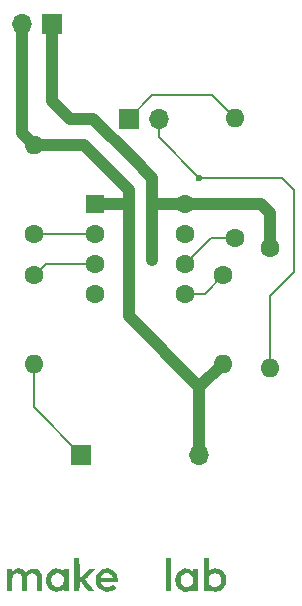
<source format=gbr>
%TF.GenerationSoftware,KiCad,Pcbnew,9.0.0*%
%TF.CreationDate,2025-02-26T16:47:42+09:00*%
%TF.ProjectId,TCIS,54434953-2e6b-4696-9361-645f70636258,rev?*%
%TF.SameCoordinates,Original*%
%TF.FileFunction,Copper,L1,Top*%
%TF.FilePolarity,Positive*%
%FSLAX46Y46*%
G04 Gerber Fmt 4.6, Leading zero omitted, Abs format (unit mm)*
G04 Created by KiCad (PCBNEW 9.0.0) date 2025-02-26 16:47:42*
%MOMM*%
%LPD*%
G01*
G04 APERTURE LIST*
G04 Aperture macros list*
%AMRoundRect*
0 Rectangle with rounded corners*
0 $1 Rounding radius*
0 $2 $3 $4 $5 $6 $7 $8 $9 X,Y pos of 4 corners*
0 Add a 4 corners polygon primitive as box body*
4,1,4,$2,$3,$4,$5,$6,$7,$8,$9,$2,$3,0*
0 Add four circle primitives for the rounded corners*
1,1,$1+$1,$2,$3*
1,1,$1+$1,$4,$5*
1,1,$1+$1,$6,$7*
1,1,$1+$1,$8,$9*
0 Add four rect primitives between the rounded corners*
20,1,$1+$1,$2,$3,$4,$5,0*
20,1,$1+$1,$4,$5,$6,$7,0*
20,1,$1+$1,$6,$7,$8,$9,0*
20,1,$1+$1,$8,$9,$2,$3,0*%
G04 Aperture macros list end*
%TA.AperFunction,EtchedComponent*%
%ADD10C,0.000000*%
%TD*%
%TA.AperFunction,ComponentPad*%
%ADD11R,1.700000X1.700000*%
%TD*%
%TA.AperFunction,ComponentPad*%
%ADD12O,1.700000X1.700000*%
%TD*%
%TA.AperFunction,ComponentPad*%
%ADD13RoundRect,0.250000X-0.550000X-0.550000X0.550000X-0.550000X0.550000X0.550000X-0.550000X0.550000X0*%
%TD*%
%TA.AperFunction,ComponentPad*%
%ADD14C,1.600000*%
%TD*%
%TA.AperFunction,ComponentPad*%
%ADD15O,1.600000X1.600000*%
%TD*%
%TA.AperFunction,ViaPad*%
%ADD16C,0.600000*%
%TD*%
%TA.AperFunction,Conductor*%
%ADD17C,1.000000*%
%TD*%
%TA.AperFunction,Conductor*%
%ADD18C,0.200000*%
%TD*%
G04 APERTURE END LIST*
D10*
%TA.AperFunction,EtchedComponent*%
%TO.C,G\u002A\u002A\u002A*%
G36*
X108580000Y-78590000D02*
G01*
X108580000Y-80000000D01*
X108370000Y-80000000D01*
X108160000Y-80000000D01*
X108160000Y-78590000D01*
X108160000Y-77180000D01*
X108370000Y-77180000D01*
X108580000Y-77180000D01*
X108580000Y-78590000D01*
G37*
%TD.AperFunction*%
%TA.AperFunction,EtchedComponent*%
G36*
X100844798Y-78089332D02*
G01*
X100850000Y-78998664D01*
X101227858Y-78559332D01*
X101605716Y-78120000D01*
X101863264Y-78120000D01*
X102120811Y-78120000D01*
X101737871Y-78555000D01*
X101639588Y-78667097D01*
X101550002Y-78770142D01*
X101472528Y-78860138D01*
X101410577Y-78933089D01*
X101367565Y-78985001D01*
X101346904Y-79011877D01*
X101345683Y-79014069D01*
X101355764Y-79034904D01*
X101388783Y-79082049D01*
X101441599Y-79151486D01*
X101511069Y-79239197D01*
X101594052Y-79341165D01*
X101687404Y-79453371D01*
X101713276Y-79484069D01*
X101810622Y-79599348D01*
X101900520Y-79705972D01*
X101979451Y-79799753D01*
X102043893Y-79876503D01*
X102090328Y-79932034D01*
X102115235Y-79962157D01*
X102117508Y-79965000D01*
X102126132Y-79979010D01*
X102122571Y-79988688D01*
X102101276Y-79994828D01*
X102056699Y-79998229D01*
X101983294Y-79999687D01*
X101875511Y-79999999D01*
X101873829Y-80000000D01*
X101602760Y-80000000D01*
X101226380Y-79545335D01*
X100850000Y-79090670D01*
X100844624Y-79545335D01*
X100839249Y-80000000D01*
X100619624Y-80000000D01*
X100400000Y-80000000D01*
X100400000Y-78590000D01*
X100400000Y-77180000D01*
X100619798Y-77180000D01*
X100839596Y-77180000D01*
X100844798Y-78089332D01*
G37*
%TD.AperFunction*%
%TA.AperFunction,EtchedComponent*%
G36*
X109965715Y-78088383D02*
G01*
X110125733Y-78124070D01*
X110271326Y-78190368D01*
X110365912Y-78259094D01*
X110440000Y-78324143D01*
X110440000Y-78222071D01*
X110440000Y-78120000D01*
X110660195Y-78120000D01*
X110880391Y-78120000D01*
X110875195Y-79065000D01*
X110870000Y-80010000D01*
X110655000Y-80015676D01*
X110440000Y-80021353D01*
X110440000Y-79918996D01*
X110440000Y-79816638D01*
X110358568Y-79881134D01*
X110239660Y-79959631D01*
X110112960Y-80009721D01*
X109968313Y-80034613D01*
X109860000Y-80038803D01*
X109730136Y-80034047D01*
X109628762Y-80019262D01*
X109566576Y-80001324D01*
X109421258Y-79930576D01*
X109282563Y-79828615D01*
X109160807Y-79704060D01*
X109086198Y-79600000D01*
X109018649Y-79456387D01*
X108974096Y-79290200D01*
X108953654Y-79112350D01*
X108954991Y-79062452D01*
X109392868Y-79062452D01*
X109404658Y-79197312D01*
X109438392Y-79311166D01*
X109516148Y-79440989D01*
X109621226Y-79542030D01*
X109751648Y-79612487D01*
X109779870Y-79622510D01*
X109852682Y-79634267D01*
X109946702Y-79633315D01*
X110045785Y-79621249D01*
X110133785Y-79599665D01*
X110172851Y-79583686D01*
X110266963Y-79517528D01*
X110351370Y-79425355D01*
X110414168Y-79321094D01*
X110428914Y-79284105D01*
X110451918Y-79177474D01*
X110458689Y-79052624D01*
X110449319Y-78927855D01*
X110426656Y-78829266D01*
X110368124Y-78716121D01*
X110279289Y-78618668D01*
X110168651Y-78542884D01*
X110044709Y-78494747D01*
X109930000Y-78480000D01*
X109798831Y-78498971D01*
X109673553Y-78551986D01*
X109563006Y-78633198D01*
X109476025Y-78736760D01*
X109440155Y-78804071D01*
X109404719Y-78926149D01*
X109392868Y-79062452D01*
X108954991Y-79062452D01*
X108958438Y-78933746D01*
X108989562Y-78765299D01*
X108998016Y-78737001D01*
X109074675Y-78558224D01*
X109182374Y-78401296D01*
X109317603Y-78270400D01*
X109472082Y-78172098D01*
X109631591Y-78111687D01*
X109798568Y-78084019D01*
X109965715Y-78088383D01*
G37*
%TD.AperFunction*%
%TA.AperFunction,EtchedComponent*%
G36*
X99032011Y-78089982D02*
G01*
X99193907Y-78129961D01*
X99344516Y-78204066D01*
X99395000Y-78239347D01*
X99500000Y-78319385D01*
X99500000Y-78219692D01*
X99500000Y-78120000D01*
X99710000Y-78120000D01*
X99920000Y-78120000D01*
X99920000Y-79070000D01*
X99920000Y-80020000D01*
X99710000Y-80020000D01*
X99500000Y-80020000D01*
X99500000Y-79920000D01*
X99497775Y-79862940D01*
X99492088Y-79826735D01*
X99487640Y-79820000D01*
X99466603Y-79832091D01*
X99427192Y-79862793D01*
X99403656Y-79882886D01*
X99320614Y-79946240D01*
X99233970Y-79989867D01*
X99133454Y-80017125D01*
X99008795Y-80031372D01*
X98940000Y-80034498D01*
X98830072Y-80035906D01*
X98747862Y-80031613D01*
X98681342Y-80020430D01*
X98624283Y-80003252D01*
X98459667Y-79924335D01*
X98316391Y-79814693D01*
X98196994Y-79678912D01*
X98104016Y-79521573D01*
X98039997Y-79347260D01*
X98007479Y-79160557D01*
X98007658Y-79137680D01*
X98447450Y-79137680D01*
X98480334Y-79277729D01*
X98542698Y-79402939D01*
X98631017Y-79507396D01*
X98741764Y-79585184D01*
X98822875Y-79618268D01*
X98896620Y-79630767D01*
X98989369Y-79632857D01*
X99085414Y-79625525D01*
X99169047Y-79609761D01*
X99212761Y-79593742D01*
X99328404Y-79512796D01*
X99418082Y-79406897D01*
X99480499Y-79282579D01*
X99514357Y-79146377D01*
X99518359Y-79004826D01*
X99491208Y-78864462D01*
X99431607Y-78731818D01*
X99394642Y-78677420D01*
X99302212Y-78584055D01*
X99190943Y-78523625D01*
X99057364Y-78494566D01*
X98981045Y-78491313D01*
X98852876Y-78501686D01*
X98749025Y-78534637D01*
X98657877Y-78595175D01*
X98594090Y-78658106D01*
X98514956Y-78766202D01*
X98466750Y-78885554D01*
X98447572Y-78988708D01*
X98447450Y-79137680D01*
X98007658Y-79137680D01*
X98009000Y-78966048D01*
X98016511Y-78906614D01*
X98056163Y-78743552D01*
X98121439Y-78583835D01*
X98205978Y-78441471D01*
X98256915Y-78377284D01*
X98387950Y-78257215D01*
X98536797Y-78167745D01*
X98697636Y-78109579D01*
X98864647Y-78083423D01*
X99032011Y-78089982D01*
G37*
%TD.AperFunction*%
%TA.AperFunction,EtchedComponent*%
G36*
X111780000Y-77752071D02*
G01*
X111780000Y-78324143D01*
X111854087Y-78259094D01*
X111985665Y-78169226D01*
X112136018Y-78110407D01*
X112298370Y-78082912D01*
X112465940Y-78087017D01*
X112631951Y-78122997D01*
X112789625Y-78191129D01*
X112836253Y-78219146D01*
X112975067Y-78329138D01*
X113089428Y-78465643D01*
X113155624Y-78575913D01*
X113206231Y-78687864D01*
X113238861Y-78802653D01*
X113255454Y-78931044D01*
X113257949Y-79083801D01*
X113256291Y-79134723D01*
X113251080Y-79236251D01*
X113243383Y-79310781D01*
X113230342Y-79371315D01*
X113209104Y-79430854D01*
X113176813Y-79502397D01*
X113174464Y-79507350D01*
X113074227Y-79677469D01*
X112949431Y-79816421D01*
X112798702Y-79925633D01*
X112743314Y-79955253D01*
X112670235Y-79989862D01*
X112611225Y-80012031D01*
X112552411Y-80024910D01*
X112479918Y-80031648D01*
X112391821Y-80035056D01*
X112280106Y-80035939D01*
X112195943Y-80030295D01*
X112127237Y-80016914D01*
X112088463Y-80004689D01*
X112014169Y-79971524D01*
X111931851Y-79925014D01*
X111883463Y-79892542D01*
X111780000Y-79816593D01*
X111780000Y-79908296D01*
X111780000Y-80000000D01*
X111560000Y-80000000D01*
X111340000Y-80000000D01*
X111340000Y-79099444D01*
X111763688Y-79099444D01*
X111764097Y-79107341D01*
X111788505Y-79265224D01*
X111843167Y-79396968D01*
X111928211Y-79502750D01*
X112043765Y-79582743D01*
X112139870Y-79622510D01*
X112211812Y-79634131D01*
X112305002Y-79633359D01*
X112403206Y-79621764D01*
X112490189Y-79600919D01*
X112530000Y-79584749D01*
X112644611Y-79503843D01*
X112737544Y-79392905D01*
X112782415Y-79310000D01*
X112817747Y-79189743D01*
X112828545Y-79053566D01*
X112814854Y-78917109D01*
X112780971Y-78805459D01*
X112708611Y-78684468D01*
X112612561Y-78590744D01*
X112499106Y-78525512D01*
X112374536Y-78489998D01*
X112245137Y-78485428D01*
X112117198Y-78513029D01*
X111997004Y-78574025D01*
X111920423Y-78637671D01*
X111841451Y-78732715D01*
X111790995Y-78835377D01*
X111766069Y-78954629D01*
X111763688Y-79099444D01*
X111340000Y-79099444D01*
X111340000Y-78590000D01*
X111340000Y-77180000D01*
X111560000Y-77180000D01*
X111780000Y-77180000D01*
X111780000Y-77752071D01*
G37*
%TD.AperFunction*%
%TA.AperFunction,EtchedComponent*%
G36*
X103249191Y-78084920D02*
G01*
X103438310Y-78114320D01*
X103607865Y-78178252D01*
X103756145Y-78275456D01*
X103881441Y-78404670D01*
X103982043Y-78564634D01*
X104022339Y-78655215D01*
X104044109Y-78718957D01*
X104057947Y-78784253D01*
X104065526Y-78863173D01*
X104068517Y-78967789D01*
X104068695Y-78990000D01*
X104070000Y-79210000D01*
X103365000Y-79215255D01*
X103169200Y-79217028D01*
X103010341Y-79219222D01*
X102885364Y-79221968D01*
X102791210Y-79225396D01*
X102724819Y-79229636D01*
X102683134Y-79234818D01*
X102663096Y-79241073D01*
X102660187Y-79245255D01*
X102669685Y-79274977D01*
X102694073Y-79326364D01*
X102719558Y-79373190D01*
X102803415Y-79485048D01*
X102909563Y-79565267D01*
X103040356Y-79615247D01*
X103157544Y-79633858D01*
X103320184Y-79629583D01*
X103469951Y-79589496D01*
X103602257Y-79514845D01*
X103606242Y-79511830D01*
X103695069Y-79444027D01*
X103832534Y-79583479D01*
X103970000Y-79722931D01*
X103887610Y-79796866D01*
X103741646Y-79903240D01*
X103574758Y-79982545D01*
X103489300Y-80009341D01*
X103379481Y-80028496D01*
X103248675Y-80037070D01*
X103113279Y-80035071D01*
X102989690Y-80022505D01*
X102925013Y-80009097D01*
X102744311Y-79940851D01*
X102585939Y-79841345D01*
X102452556Y-79714150D01*
X102346820Y-79562835D01*
X102271391Y-79390969D01*
X102228926Y-79202123D01*
X102220237Y-79062893D01*
X102234383Y-78868295D01*
X102244467Y-78828632D01*
X102657239Y-78828632D01*
X102665060Y-78850178D01*
X102693933Y-78864681D01*
X102747364Y-78873528D01*
X102828865Y-78878108D01*
X102941941Y-78879809D01*
X103090103Y-78880021D01*
X103160000Y-78880000D01*
X103321677Y-78879556D01*
X103447021Y-78878104D01*
X103539686Y-78875460D01*
X103603332Y-78871442D01*
X103641614Y-78865866D01*
X103658189Y-78858549D01*
X103659560Y-78855000D01*
X103647037Y-78804573D01*
X103615870Y-78737879D01*
X103573682Y-78668822D01*
X103528094Y-78611302D01*
X103523204Y-78606281D01*
X103431060Y-78536099D01*
X103321775Y-78495386D01*
X103189499Y-78482328D01*
X103130421Y-78484339D01*
X102987325Y-78508321D01*
X102869118Y-78561822D01*
X102771122Y-78647423D01*
X102725000Y-78707843D01*
X102690718Y-78758852D01*
X102666961Y-78798653D01*
X102657239Y-78828632D01*
X102244467Y-78828632D01*
X102277935Y-78696999D01*
X102353422Y-78542683D01*
X102463371Y-78399023D01*
X102501879Y-78358638D01*
X102651186Y-78235283D01*
X102817369Y-78148172D01*
X103000221Y-78097381D01*
X103199534Y-78082987D01*
X103249191Y-78084920D01*
G37*
%TD.AperFunction*%
%TA.AperFunction,EtchedComponent*%
G36*
X95758696Y-78084047D02*
G01*
X95926811Y-78110965D01*
X96075498Y-78170177D01*
X96200986Y-78260038D01*
X96231429Y-78290443D01*
X96313892Y-78378995D01*
X96404526Y-78292152D01*
X96475539Y-78233578D01*
X96560463Y-78176513D01*
X96612580Y-78147654D01*
X96670140Y-78121182D01*
X96720605Y-78104295D01*
X96775985Y-78094880D01*
X96848292Y-78090821D01*
X96940000Y-78090000D01*
X97040276Y-78091177D01*
X97112625Y-78096023D01*
X97169082Y-78106504D01*
X97221684Y-78124587D01*
X97262400Y-78142703D01*
X97408036Y-78230697D01*
X97523645Y-78343282D01*
X97603107Y-78470000D01*
X97659968Y-78590000D01*
X97659984Y-79295000D01*
X97660000Y-80000000D01*
X97450000Y-80000000D01*
X97240000Y-80000000D01*
X97239888Y-79415000D01*
X97239139Y-79248214D01*
X97237059Y-79097556D01*
X97233803Y-78967897D01*
X97229523Y-78864108D01*
X97224373Y-78791060D01*
X97219119Y-78755621D01*
X97171056Y-78651081D01*
X97095293Y-78569433D01*
X96998513Y-78513130D01*
X96887400Y-78484625D01*
X96768638Y-78486371D01*
X96648910Y-78520821D01*
X96618747Y-78535280D01*
X96540535Y-78584949D01*
X96487438Y-78643170D01*
X96466463Y-78678426D01*
X96453411Y-78704138D01*
X96443064Y-78729572D01*
X96435109Y-78759494D01*
X96429232Y-78798670D01*
X96425118Y-78851865D01*
X96422453Y-78923845D01*
X96420922Y-79019375D01*
X96420213Y-79143222D01*
X96420009Y-79300151D01*
X96420000Y-79383145D01*
X96420000Y-80000000D01*
X96200000Y-80000000D01*
X95980000Y-80000000D01*
X95979888Y-79405000D01*
X95979206Y-79250022D01*
X95977333Y-79105463D01*
X95974435Y-78976976D01*
X95970682Y-78870219D01*
X95966242Y-78790845D01*
X95961283Y-78744511D01*
X95960083Y-78739112D01*
X95921418Y-78661716D01*
X95854630Y-78587589D01*
X95770794Y-78527986D01*
X95735642Y-78511013D01*
X95622841Y-78482971D01*
X95506224Y-78486765D01*
X95394329Y-78519079D01*
X95295692Y-78576599D01*
X95218851Y-78656009D01*
X95181272Y-78726301D01*
X95174718Y-78764577D01*
X95169260Y-78840189D01*
X95164983Y-78950487D01*
X95161973Y-79092821D01*
X95160314Y-79264540D01*
X95160000Y-79391301D01*
X95160000Y-80000000D01*
X94940000Y-80000000D01*
X94720000Y-80000000D01*
X94720000Y-79060000D01*
X94720000Y-78120000D01*
X94940000Y-78120000D01*
X95160000Y-78120000D01*
X95160000Y-78213741D01*
X95160000Y-78307483D01*
X95215000Y-78257384D01*
X95345103Y-78164679D01*
X95494210Y-78106611D01*
X95663171Y-78082908D01*
X95758696Y-78084047D01*
G37*
%TD.AperFunction*%
%TD*%
D11*
%TO.P,LS1,1,1*%
%TO.N,Net-(C3-Pad2)*%
X101000000Y-68445000D03*
D12*
%TO.P,LS1,2,2*%
%TO.N,GND*%
X111000000Y-68445000D03*
%TD*%
D13*
%TO.P,U1,1,GND*%
%TO.N,GND*%
X102195000Y-47190000D03*
D14*
%TO.P,U1,2,TR*%
%TO.N,Net-(U1-THR)*%
X102195000Y-49730000D03*
%TO.P,U1,3,Q*%
%TO.N,Net-(U1-Q)*%
X102195000Y-52270000D03*
%TO.P,U1,4,R*%
%TO.N,+9V*%
X102195000Y-54810000D03*
%TO.P,U1,5,CV*%
%TO.N,Net-(U1-CV)*%
X109815000Y-54810000D03*
%TO.P,U1,6,THR*%
%TO.N,Net-(U1-THR)*%
X109815000Y-52270000D03*
%TO.P,U1,7,DIS*%
%TO.N,B*%
X109815000Y-49730000D03*
%TO.P,U1,8,VCC*%
%TO.N,+9V*%
X109815000Y-47190000D03*
%TD*%
%TO.P,C3,1*%
%TO.N,Net-(U1-Q)*%
X97000000Y-53250000D03*
D15*
%TO.P,C3,2*%
%TO.N,Net-(C3-Pad2)*%
X97000000Y-60750000D03*
%TD*%
D14*
%TO.P,R2,1*%
%TO.N,+9V*%
X117000000Y-50920000D03*
D15*
%TO.P,R2,2*%
%TO.N,B*%
X117000000Y-61080000D03*
%TD*%
D14*
%TO.P,C1,1*%
%TO.N,Net-(U1-CV)*%
X113000000Y-53250000D03*
D15*
%TO.P,C1,2*%
%TO.N,GND*%
X113000000Y-60750000D03*
%TD*%
D11*
%TO.P,R3,1*%
%TO.N,A*%
X105000000Y-40000000D03*
D12*
%TO.P,R3,2*%
%TO.N,B*%
X107540000Y-40000000D03*
%TD*%
D14*
%TO.P,R1,1*%
%TO.N,Net-(U1-THR)*%
X114000000Y-50080000D03*
D15*
%TO.P,R1,2*%
%TO.N,A*%
X114000000Y-39920000D03*
%TD*%
D11*
%TO.P,BT1,1,+*%
%TO.N,+9V*%
X98540000Y-32000000D03*
D12*
%TO.P,BT1,2,-*%
%TO.N,GND*%
X96000000Y-32000000D03*
%TD*%
D14*
%TO.P,C2,1*%
%TO.N,Net-(U1-THR)*%
X97000000Y-49750000D03*
D15*
%TO.P,C2,2*%
%TO.N,GND*%
X97000000Y-42250000D03*
%TD*%
D16*
%TO.N,+9V*%
X107000000Y-52000000D03*
%TO.N,B*%
X111000000Y-45000000D03*
%TD*%
D17*
%TO.N,+9V*%
X107000000Y-45000000D02*
X105250000Y-43250000D01*
X107000000Y-49500000D02*
X107000000Y-47000000D01*
X98540000Y-38540000D02*
X98540000Y-32000000D01*
X100000000Y-40000000D02*
X98540000Y-38540000D01*
X116190000Y-47190000D02*
X117000000Y-48000000D01*
X107190000Y-47190000D02*
X107000000Y-47000000D01*
X102000000Y-40000000D02*
X105250000Y-43250000D01*
X102000000Y-40000000D02*
X100000000Y-40000000D01*
X107000000Y-47000000D02*
X107000000Y-45000000D01*
X109815000Y-47190000D02*
X107190000Y-47190000D01*
X107000000Y-49500000D02*
X107000000Y-52000000D01*
X117000000Y-48000000D02*
X117000000Y-50920000D01*
X109815000Y-47190000D02*
X116190000Y-47190000D01*
%TO.N,GND*%
X111000000Y-68445000D02*
X111000000Y-62750000D01*
X104810000Y-47190000D02*
X105000000Y-47000000D01*
X96000000Y-41250000D02*
X97000000Y-42250000D01*
X101250000Y-42250000D02*
X105000000Y-46000000D01*
X105000000Y-56750000D02*
X111000000Y-62750000D01*
X111000000Y-62750000D02*
X113000000Y-60750000D01*
X96000000Y-32000000D02*
X96000000Y-41250000D01*
X102195000Y-47190000D02*
X104810000Y-47190000D01*
X97000000Y-42250000D02*
X101250000Y-42250000D01*
X105000000Y-46000000D02*
X105000000Y-47000000D01*
X105000000Y-47000000D02*
X105000000Y-56750000D01*
D18*
%TO.N,Net-(U1-CV)*%
X111440000Y-54810000D02*
X113000000Y-53250000D01*
X109815000Y-54810000D02*
X111440000Y-54810000D01*
%TO.N,Net-(U1-THR)*%
X112005000Y-50080000D02*
X114000000Y-50080000D01*
X97000000Y-49750000D02*
X102175000Y-49750000D01*
X102175000Y-49750000D02*
X102195000Y-49730000D01*
X109815000Y-52270000D02*
X112005000Y-50080000D01*
%TO.N,Net-(U1-Q)*%
X97980000Y-52270000D02*
X97000000Y-53250000D01*
X102195000Y-52270000D02*
X97980000Y-52270000D01*
%TO.N,Net-(C3-Pad2)*%
X97000000Y-60750000D02*
X97000000Y-64445000D01*
X97000000Y-64445000D02*
X101000000Y-68445000D01*
%TO.N,A*%
X107000000Y-38000000D02*
X105000000Y-40000000D01*
X112080000Y-38000000D02*
X107000000Y-38000000D01*
X114000000Y-39920000D02*
X112080000Y-38000000D01*
%TO.N,B*%
X117000000Y-61080000D02*
X117000000Y-55000000D01*
X118000000Y-45000000D02*
X111000000Y-45000000D01*
X119000000Y-46000000D02*
X118000000Y-45000000D01*
X107540000Y-41540000D02*
X107540000Y-40000000D01*
X119000000Y-53000000D02*
X119000000Y-46000000D01*
X117000000Y-55000000D02*
X119000000Y-53000000D01*
X111000000Y-45000000D02*
X107540000Y-41540000D01*
%TD*%
M02*

</source>
